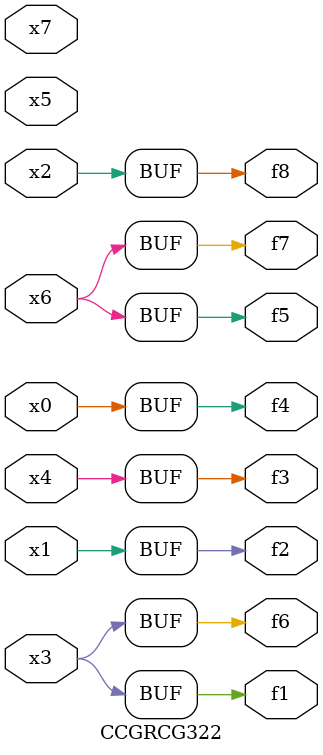
<source format=v>
module CCGRCG322(
	input x0, x1, x2, x3, x4, x5, x6, x7,
	output f1, f2, f3, f4, f5, f6, f7, f8
);
	assign f1 = x3;
	assign f2 = x1;
	assign f3 = x4;
	assign f4 = x0;
	assign f5 = x6;
	assign f6 = x3;
	assign f7 = x6;
	assign f8 = x2;
endmodule

</source>
